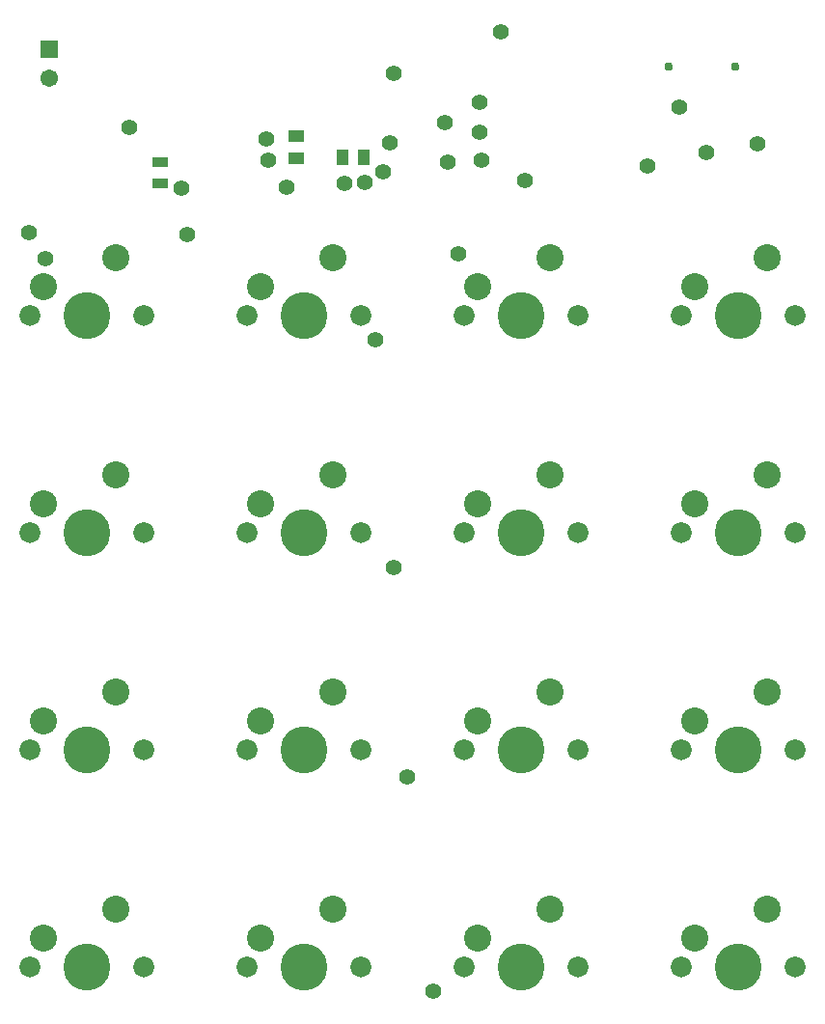
<source format=gbr>
G04*
G04 #@! TF.GenerationSoftware,Altium Limited,Altium Designer,22.4.2 (48)*
G04*
G04 Layer_Color=8388736*
%FSLAX43Y43*%
%MOMM*%
G71*
G04*
G04 #@! TF.SameCoordinates,7CDC7E1B-FB1A-4DC3-94F8-FCEB5F2CDCB9*
G04*
G04*
G04 #@! TF.FilePolarity,Negative*
G04*
G01*
G75*
%ADD16R,1.430X0.830*%
%ADD17R,1.430X1.030*%
%ADD18R,1.030X1.430*%
%ADD19C,0.770*%
%ADD20C,2.380*%
%ADD21C,4.118*%
%ADD22C,1.830*%
%ADD23C,1.546*%
%ADD24R,1.546X1.546*%
%ADD25C,1.400*%
D16*
X71900Y86600D02*
D03*
Y88500D02*
D03*
D17*
X83832Y88832D02*
D03*
Y90732D02*
D03*
D18*
X87900Y88900D02*
D03*
X89800D02*
D03*
D19*
X122355Y96845D02*
D03*
X116575D02*
D03*
D20*
X87060Y61030D02*
D03*
X80740Y58490D02*
D03*
X87060Y80080D02*
D03*
X80740Y77540D02*
D03*
X125160Y80080D02*
D03*
X118840Y77540D02*
D03*
X61690Y20390D02*
D03*
X68010Y22930D02*
D03*
X80740Y20390D02*
D03*
X87060Y22930D02*
D03*
X99790Y20390D02*
D03*
X106110Y22930D02*
D03*
X118840Y20390D02*
D03*
X125160Y22930D02*
D03*
X61690Y39440D02*
D03*
X68010Y41980D02*
D03*
X80740Y39440D02*
D03*
X87060Y41980D02*
D03*
X118840Y39440D02*
D03*
X125160Y41980D02*
D03*
X99790Y39440D02*
D03*
X106110Y41980D02*
D03*
X118840Y58490D02*
D03*
X125160Y61030D02*
D03*
X99790Y58490D02*
D03*
X106110Y61030D02*
D03*
X61690Y58490D02*
D03*
X68010Y61030D02*
D03*
X99790Y77540D02*
D03*
X106110Y80080D02*
D03*
X61690Y77540D02*
D03*
X68010Y80080D02*
D03*
D21*
X84550Y55950D02*
D03*
Y75000D02*
D03*
X122650D02*
D03*
X65500Y17850D02*
D03*
X84550D02*
D03*
X103600D02*
D03*
X122650D02*
D03*
X65500Y36900D02*
D03*
X84550D02*
D03*
X122650D02*
D03*
X103600D02*
D03*
X122650Y55950D02*
D03*
X103600D02*
D03*
X65500D02*
D03*
X103600Y75000D02*
D03*
X65500D02*
D03*
D22*
X89550Y55950D02*
D03*
X79550D02*
D03*
X89550Y75000D02*
D03*
X79550D02*
D03*
X127650D02*
D03*
X117650D02*
D03*
X60500Y17850D02*
D03*
X70500D02*
D03*
X79550D02*
D03*
X89550D02*
D03*
X98600D02*
D03*
X108600D02*
D03*
X117650D02*
D03*
X127650D02*
D03*
X60500Y36900D02*
D03*
X70500D02*
D03*
X79550D02*
D03*
X89550D02*
D03*
X117650D02*
D03*
X127650D02*
D03*
X98600D02*
D03*
X108600D02*
D03*
X117650Y55950D02*
D03*
X127650D02*
D03*
X98600D02*
D03*
X108600D02*
D03*
X60500D02*
D03*
X70500D02*
D03*
X98600Y75000D02*
D03*
X108600D02*
D03*
X60500D02*
D03*
X70500D02*
D03*
D23*
X62200Y95800D02*
D03*
D24*
Y98340D02*
D03*
D25*
X96875Y91925D02*
D03*
X92375Y96250D02*
D03*
X97125Y88500D02*
D03*
X92025Y90150D02*
D03*
X60375Y82275D02*
D03*
X74275Y82100D02*
D03*
X98075Y80425D02*
D03*
X101800Y99900D02*
D03*
X99900Y93700D02*
D03*
Y91100D02*
D03*
X103960Y86900D02*
D03*
X69200Y91500D02*
D03*
X95900Y15700D02*
D03*
X100100Y88600D02*
D03*
X93605Y34495D02*
D03*
X92400Y52900D02*
D03*
X90800Y72900D02*
D03*
X91500Y87600D02*
D03*
X83000Y86300D02*
D03*
X61800Y80000D02*
D03*
X114700Y88100D02*
D03*
X124300Y90100D02*
D03*
X73800Y86200D02*
D03*
X81400Y88600D02*
D03*
X81200Y90500D02*
D03*
X89900Y86700D02*
D03*
X88100Y86600D02*
D03*
X117500Y93300D02*
D03*
X119800Y89300D02*
D03*
M02*

</source>
